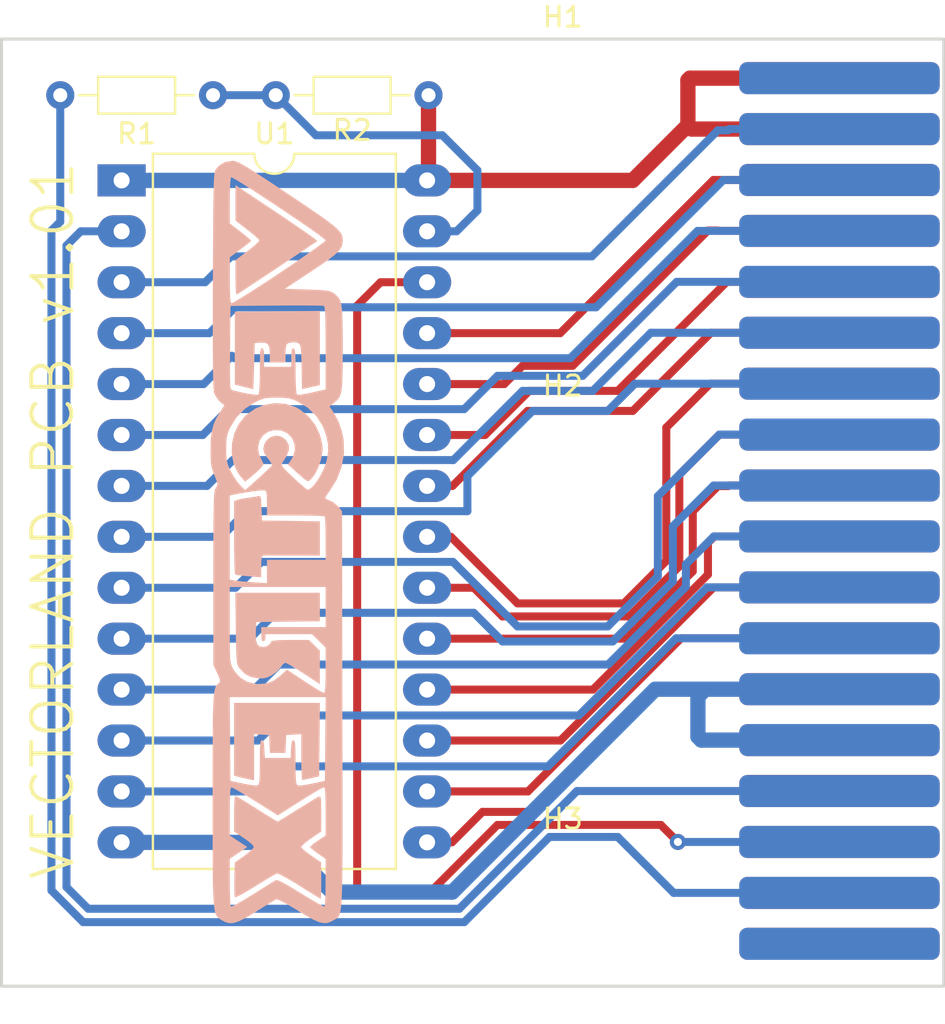
<source format=kicad_pcb>
(kicad_pcb (version 20240108) (generator "pcbnew") (generator_version "8.0")
  (title_block (title "Vectrex Multicart") (date "2019-09-01") (rev "V0.1") (company "NaturalTangent"))
  (layers (0 "F.Cu" signal) (31 "B.Cu" signal) (34 "B.Paste" user) (35 "F.Paste" user) (36 "B.SilkS" user "B.Silkscreen") (37 "F.SilkS" user "F.Silkscreen") (38 "B.Mask" user) (39 "F.Mask" user) (44 "Edge.Cuts" user))
  (net 0 "")
  (net 1 "GND")
  (net 2 "VCC")
  (net 3 "D3")
  (net 4 "D4")
  (net 5 "D5")
  (net 6 "A12")
  (net 7 "D6")
  (net 8 "A7")
  (net 9 "D7")
  (net 10 "A6")
  (net 11 "CE")
  (net 12 "A5")
  (net 13 "A10")
  (net 14 "A4")
  (net 15 "OE")
  (net 16 "A3")
  (net 17 "A11")
  (net 18 "A2")
  (net 19 "A9")
  (net 20 "A1")
  (net 21 "A8")
  (net 22 "A0")
  (net 23 "D0")
  (net 24 "D1")
  (net 25 "D2")
  (net 27 "A14")
  (net 28 "A13")
  (net 34 "Net-(U1-A14)")
  (footprint "vectrex:VECTREX_CART" (layer "F.Cu") (at 130.8102 67.9902 -90)
    (property "Reference" "J1" (hide yes))
    (property "Value" "Vectrex Cartridge Connector" (hide yes))
    (pad "1" connect roundrect (at -21.59 4 90) (size 1.6 10) (drill (offset 0 4)) (layers "B.Cu" "B.Mask"))
    (pad "2" connect roundrect (at -21.59 4 270) (size 1.6 10) (drill (offset 0 -4)) (layers "F.Cu" "F.Mask") (net 2 "VCC"))
    (pad "3" connect roundrect (at -19.05 4 90) (size 1.6 10) (drill (offset 0 4)) (layers "B.Cu" "B.Mask") (net 8 "A7"))
    (pad "4" connect roundrect (at -19.05 4 270) (size 1.6 10) (drill (offset 0 -4)) (layers "F.Cu" "F.Mask") (net 2 "VCC"))
    (pad "5" connect roundrect (at -16.51 4 90) (size 1.6 10) (drill (offset 0 4)) (layers "B.Cu" "B.Mask") (net 10 "A6"))
    (pad "6" connect roundrect (at -16.51 4 270) (size 1.6 10) (drill (offset 0 -4)) (layers "F.Cu" "F.Mask") (net 21 "A8"))
    (pad "7" connect roundrect (at -13.97 4 90) (size 1.6 10) (drill (offset 0 4)) (layers "B.Cu" "B.Mask") (net 12 "A5"))
    (pad "8" connect roundrect (at -13.97 4 270) (size 1.6 10) (drill (offset 0 -4)) (layers "F.Cu" "F.Mask") (net 19 "A9"))
    (pad "9" connect roundrect (at -11.43 4 90) (size 1.6 10) (drill (offset 0 4)) (layers "B.Cu" "B.Mask") (net 14 "A4"))
    (pad "10" connect roundrect (at -11.43 4 270) (size 1.6 10) (drill (offset 0 -4)) (layers "F.Cu" "F.Mask") (net 17 "A11"))
    (pad "11" connect roundrect (at -8.89 4 90) (size 1.6 10) (drill (offset 0 4)) (layers "B.Cu" "B.Mask") (net 16 "A3"))
    (pad "12" connect roundrect (at -8.89 4 270) (size 1.6 10) (drill (offset 0 -4)) (layers "F.Cu" "F.Mask") (net 15 "OE"))
    (pad "13" connect roundrect (at -6.35 4 90) (size 1.6 10) (drill (offset 0 4)) (layers "B.Cu" "B.Mask") (net 18 "A2"))
    (pad "14" connect roundrect (at -6.35 4 270) (size 1.6 10) (drill (offset 0 -4)) (layers "F.Cu" "F.Mask") (net 13 "A10"))
    (pad "15" connect roundrect (at -3.81 4 90) (size 1.6 10) (drill (offset 0 4)) (layers "B.Cu" "B.Mask") (net 20 "A1"))
    (pad "16" connect roundrect (at -3.81 4 270) (size 1.6 10) (drill (offset 0 -4)) (layers "F.Cu" "F.Mask") (net 11 "CE"))
    (pad "17" connect roundrect (at -1.27 4 90) (size 1.6 10) (drill (offset 0 4)) (layers "B.Cu" "B.Mask") (net 22 "A0"))
    (pad "18" connect roundrect (at -1.27 4 270) (size 1.6 10) (drill (offset 0 -4)) (layers "F.Cu" "F.Mask") (net 9 "D7"))
    (pad "19" connect roundrect (at 1.27 4 90) (size 1.6 10) (drill (offset 0 4)) (layers "B.Cu" "B.Mask") (net 23 "D0"))
    (pad "20" connect roundrect (at 1.27 4 270) (size 1.6 10) (drill (offset 0 -4)) (layers "F.Cu" "F.Mask") (net 7 "D6"))
    (pad "21" connect roundrect (at 3.81 4 90) (size 1.6 10) (drill (offset 0 4)) (layers "B.Cu" "B.Mask") (net 24 "D1"))
    (pad "22" connect roundrect (at 3.81 4 270) (size 1.6 10) (drill (offset 0 -4)) (layers "F.Cu" "F.Mask") (net 5 "D5"))
    (pad "23" connect roundrect (at 6.35 4 90) (size 1.6 10) (drill (offset 0 4)) (layers "B.Cu" "B.Mask") (net 25 "D2"))
    (pad "24" connect roundrect (at 6.35 4 270) (size 1.6 10) (drill (offset 0 -4)) (layers "F.Cu" "F.Mask") (net 4 "D4"))
    (pad "25" connect roundrect (at 8.89 4 90) (size 1.6 10) (drill (offset 0 4)) (layers "B.Cu" "B.Mask") (net 1 "GND"))
    (pad "26" connect roundrect (at 8.89 4 270) (size 1.6 10) (drill (offset 0 -4)) (layers "F.Cu" "F.Mask") (net 3 "D3"))
    (pad "27" connect roundrect (at 11.43 4 90) (size 1.6 10) (drill (offset 0 4)) (layers "B.Cu" "B.Mask") (net 1 "GND"))
    (pad "28" connect roundrect (at 11.43 4 270) (size 1.6 10) (drill (offset 0 -4)) (layers "F.Cu" "F.Mask") (net 1 "GND"))
    (pad "29" connect roundrect (at 13.97 4 90) (size 1.6 10) (drill (offset 0 4)) (layers "B.Cu" "B.Mask") (net 6 "A12"))
    (pad "30" connect roundrect (at 13.97 4 270) (size 1.6 10) (drill (offset 0 -4)) (layers "F.Cu" "F.Mask"))
    (pad "31" connect roundrect (at 16.51 4 90) (size 1.6 10) (drill (offset 0 4)) (layers "B.Cu" "B.Mask") (net 28 "A13"))
    (pad "32" connect roundrect (at 16.51 4 270) (size 1.6 10) (drill (offset 0 -4)) (layers "F.Cu" "F.Mask"))
    (pad "33" connect roundrect (at 19.05 4 90) (size 1.6 10) (drill (offset 0 4)) (layers "B.Cu" "B.Mask") (net 27 "A14"))
    (pad "34" connect roundrect (at 19.05 4 270) (size 1.6 10) (drill (offset 0 -4)) (layers "F.Cu" "F.Mask"))
    (pad "35" connect roundrect (at 21.59 4 90) (size 1.6 10) (drill (offset 0 4)) (layers "B.Cu" "B.Mask"))
    (pad "36" connect roundrect (at 21.59 4 270) (size 1.6 10) (drill (offset 0 -4)) (layers "F.Cu" "F.Mask"))
  )
  (footprint "MountingHole:MountingHole_5.3mm_M5" (layer "F.Cu") (at 117.008 68.05)
    (property "Reference" "H2" (at 0 -6.3 0) (layer "F.SilkS"))
    (property "Value" "MountingHoleCentre")
    (pad "" np_thru_hole circle (at 0 0) (size 5.3 5.3) (drill 5.3) (layers "*.Cu" "*.Mask"))
  )
  (footprint "MountingHole:MountingHole_3.7mm" (layer "F.Cu") (at 117.008 48.05)
    (property "Reference" "H1" (at 0 -4.7 0) (layer "F.SilkS"))
    (property "Value" "MountingHole")
    (pad "" np_thru_hole circle (at 0 0) (size 3.7 3.7) (drill 3.7) (layers "*.Cu" "*.Mask"))
  )
  (footprint "MountingHole:MountingHole_3.7mm" (layer "F.Cu") (at 117.008 88.05)
    (property "Reference" "H3" (at 0 -4.7 0) (layer "F.SilkS"))
    (property "Value" "MountingHole")
    (pad "" np_thru_hole circle (at 0 0) (size 3.7 3.7) (drill 3.7) (layers "*.Cu" "*.Mask"))
  )
  (footprint "Resistor_THT:R_Axial_DIN0204_L3.6mm_D1.6mm_P7.62mm_Horizontal" (layer "F.Cu") (at 99.56 47.25 180)
    (property "Reference" "R1" (at 3.81 -1.92 180) (layer "F.SilkS"))
    (property "Value" "0R")
    (fp_line (start 6.68 0) (end 5.73 0) (stroke (width 0.12)) (layer "F.SilkS"))
    (fp_line (start 5.73 0.92) (end 5.73 -0.92) (stroke (width 0.12)) (layer "F.SilkS"))
    (fp_line (start 5.73 -0.92) (end 1.89 -0.92) (stroke (width 0.12)) (layer "F.SilkS"))
    (fp_line (start 1.89 0.92) (end 5.73 0.92) (stroke (width 0.12)) (layer "F.SilkS"))
    (fp_line (start 1.89 -0.92) (end 1.89 0.92) (stroke (width 0.12)) (layer "F.SilkS"))
    (fp_line (start 0.94 0) (end 1.89 0) (stroke (width 0.12)) (layer "F.SilkS"))
    (pad "1" thru_hole circle (at 0 0 180) (size 1.4 1.4) (drill 0.7) (layers "*.Cu" "*.Mask") (net 34 "Net-(U1-A14)"))
    (pad "2" thru_hole oval (at 7.62 0 180) (size 1.4 1.4) (drill 0.7) (layers "*.Cu" "*.Mask") (net 27 "A14"))
  )
  (footprint "Resistor_THT:R_Axial_DIN0204_L3.6mm_D1.6mm_P7.62mm_Horizontal" (layer "F.Cu") (at 102.69 47.25)
    (property "Reference" "R2" (at 3.81 1.75 0) (layer "F.SilkS"))
    (property "Value" "1K")
    (fp_line (start 0.94 0) (end 1.89 0) (stroke (width 0.12)) (layer "F.SilkS"))
    (fp_line (start 1.89 -0.92) (end 1.89 0.92) (stroke (width 0.12)) (layer "F.SilkS"))
    (fp_line (start 1.89 0.92) (end 5.73 0.92) (stroke (width 0.12)) (layer "F.SilkS"))
    (fp_line (start 5.73 -0.92) (end 1.89 -0.92) (stroke (width 0.12)) (layer "F.SilkS"))
    (fp_line (start 5.73 0.92) (end 5.73 -0.92) (stroke (width 0.12)) (layer "F.SilkS"))
    (fp_line (start 6.68 0) (end 5.73 0) (stroke (width 0.12)) (layer "F.SilkS"))
    (pad "1" thru_hole circle (at 0 0) (size 1.4 1.4) (drill 0.7) (layers "*.Cu" "*.Mask") (net 34 "Net-(U1-A14)"))
    (pad "2" thru_hole oval (at 7.62 0) (size 1.4 1.4) (drill 0.7) (layers "*.Cu" "*.Mask") (net 2 "VCC"))
  )
  (footprint "Package_DIP:DIP-28_W15.24mm_LongPads" (layer "F.Cu") (at 95 51.5)
    (property "Reference" "U1" (at 7.62 -2.33 0) (layer "F.SilkS"))
    (property "Value" "27C256")
    (fp_line (start 1.56 -1.33) (end 1.56 34.35) (stroke (width 0.12)) (layer "F.SilkS"))
    (fp_line (start 1.56 34.35) (end 13.68 34.35) (stroke (width 0.12)) (layer "F.SilkS"))
    (fp_line (start 6.62 -1.33) (end 1.56 -1.33) (stroke (width 0.12)) (layer "F.SilkS"))
    (fp_line (start 13.68 -1.33) (end 8.62 -1.33) (stroke (width 0.12)) (layer "F.SilkS"))
    (fp_line (start 13.68 34.35) (end 13.68 -1.33) (stroke (width 0.12)) (layer "F.SilkS"))
    (fp_arc (start 8.62 -1.33) (mid 7.62 -0.33) (end 6.62 -1.33) (stroke (width 0.12)) (layer "F.SilkS"))
    (pad "1" thru_hole rect (at 0 0) (size 2.4 1.6) (drill 0.8) (layers "*.Cu" "*.Mask") (net 2 "VCC"))
    (pad "2" thru_hole oval (at 0 2.54) (size 2.4 1.6) (drill 0.8) (layers "*.Cu" "*.Mask") (net 6 "A12"))
    (pad "3" thru_hole oval (at 0 5.08) (size 2.4 1.6) (drill 0.8) (layers "*.Cu" "*.Mask") (net 8 "A7"))
    (pad "4" thru_hole oval (at 0 7.62) (size 2.4 1.6) (drill 0.8) (layers "*.Cu" "*.Mask") (net 10 "A6"))
    (pad "5" thru_hole oval (at 0 10.16) (size 2.4 1.6) (drill 0.8) (layers "*.Cu" "*.Mask") (net 12 "A5"))
    (pad "6" thru_hole oval (at 0 12.7) (size 2.4 1.6) (drill 0.8) (layers "*.Cu" "*.Mask") (net 14 "A4"))
    (pad "7" thru_hole oval (at 0 15.24) (size 2.4 1.6) (drill 0.8) (layers "*.Cu" "*.Mask") (net 16 "A3"))
    (pad "8" thru_hole oval (at 0 17.78) (size 2.4 1.6) (drill 0.8) (layers "*.Cu" "*.Mask") (net 18 "A2"))
    (pad "9" thru_hole oval (at 0 20.32) (size 2.4 1.6) (drill 0.8) (layers "*.Cu" "*.Mask") (net 20 "A1"))
    (pad "10" thru_hole oval (at 0 22.86) (size 2.4 1.6) (drill 0.8) (layers "*.Cu" "*.Mask") (net 22 "A0"))
    (pad "11" thru_hole oval (at 0 25.4) (size 2.4 1.6) (drill 0.8) (layers "*.Cu" "*.Mask") (net 23 "D0"))
    (pad "12" thru_hole oval (at 0 27.94) (size 2.4 1.6) (drill 0.8) (layers "*.Cu" "*.Mask") (net 24 "D1"))
    (pad "13" thru_hole oval (at 0 30.48) (size 2.4 1.6) (drill 0.8) (layers "*.Cu" "*.Mask") (net 25 "D2"))
    (pad "14" thru_hole oval (at 0 33.02) (size 2.4 1.6) (drill 0.8) (layers "*.Cu" "*.Mask") (net 1 "GND"))
    (pad "15" thru_hole oval (at 15.24 33.02) (size 2.4 1.6) (drill 0.8) (layers "*.Cu" "*.Mask") (net 3 "D3"))
    (pad "16" thru_hole oval (at 15.24 30.48) (size 2.4 1.6) (drill 0.8) (layers "*.Cu" "*.Mask") (net 4 "D4"))
    (pad "17" thru_hole oval (at 15.24 27.94) (size 2.4 1.6) (drill 0.8) (layers "*.Cu" "*.Mask") (net 5 "D5"))
    (pad "18" thru_hole oval (at 15.24 25.4) (size 2.4 1.6) (drill 0.8) (layers "*.Cu" "*.Mask") (net 7 "D6"))
    (pad "19" thru_hole oval (at 15.24 22.86) (size 2.4 1.6) (drill 0.8) (layers "*.Cu" "*.Mask") (net 9 "D7"))
    (pad "20" thru_hole oval (at 15.24 20.32) (size 2.4 1.6) (drill 0.8) (layers "*.Cu" "*.Mask") (net 11 "CE"))
    (pad "21" thru_hole oval (at 15.24 17.78) (size 2.4 1.6) (drill 0.8) (layers "*.Cu" "*.Mask") (net 13 "A10"))
    (pad "22" thru_hole oval (at 15.24 15.24) (size 2.4 1.6) (drill 0.8) (layers "*.Cu" "*.Mask") (net 15 "OE"))
    (pad "23" thru_hole oval (at 15.24 12.7) (size 2.4 1.6) (drill 0.8) (layers "*.Cu" "*.Mask") (net 17 "A11"))
    (pad "24" thru_hole oval (at 15.24 10.16) (size 2.4 1.6) (drill 0.8) (layers "*.Cu" "*.Mask") (net 19 "A9"))
    (pad "25" thru_hole oval (at 15.24 7.62) (size 2.4 1.6) (drill 0.8) (layers "*.Cu" "*.Mask") (net 21 "A8"))
    (pad "26" thru_hole oval (at 15.24 5.08) (size 2.4 1.6) (drill 0.8) (layers "*.Cu" "*.Mask") (net 28 "A13"))
    (pad "27" thru_hole oval (at 15.24 2.54) (size 2.4 1.6) (drill 0.8) (layers "*.Cu" "*.Mask") (net 34 "Net-(U1-A14)"))
    (pad "28" thru_hole oval (at 15.24 0) (size 2.4 1.6) (drill 0.8) (layers "*.Cu" "*.Mask") (net 2 "VCC"))
  )
  (footprint "LogoVx:vx3" (layer "B.Cu") (at 102.75 69.5 -90)
    (property "Reference" "G***" (hide yes))
    (property "Value" "LOGO" (hide yes))
    (fp_poly (pts (xy 11.763859 1.872893) (xy 11.824176 1.623339) (xy 11.877086 1.384266) (xy 11.879301 1.373455) (xy 11.926507 1.141573) (xy 10.775536 1.141573) (xy 9.624565 1.141573) (xy 9.646131 0.766994) (xy 9.667697 0.392415) (xy 10.113624 0.371174) (xy 10.559551 0.349932) (xy 10.559551 -0.035674) (xy 10.559551 -0.421281) (xy 10.113624 -0.442523) (xy 9.667697 -0.463764) (xy 9.646131 -0.838343) (xy 9.624565 -1.212922) (xy 10.769867 -1.212922) (xy 11.155691 -1.216068) (xy 11.485693 -1.224764) (xy 11.736117 -1.237897) (xy 11.883207 -1.254354) (xy 11.912146 -1.266433) (xy 11.895386 -1.360533) (xy 11.855348 -1.546932) (xy 11.817599 -1.71236) (xy 11.726076 -2.104776) (xy 9.894218 -2.123817) (xy 8.06236 -2.142859) (xy 8.06236 -0.001205) (xy 8.06236 2.140449) (xy 9.878992 2.140449) (xy 11.695624 2.140449)) (fill solid) (layer "B.SilkS"))
    (fp_poly (pts (xy -7.697678 1.641011) (xy -7.582716 1.177247) (xy -8.732229 1.141573) (xy -9.881741 1.105899) (xy -9.904182 0.833363) (xy -9.899776 0.599462) (xy -9.824912 0.454523) (xy -9.657427 0.379893) (xy -9.375156 0.356917) (xy -9.337893 0.356741) (xy -8.918539 0.356741) (xy -8.918539 -0.035674) (xy -8.918539 -0.42809) (xy -9.37467 -0.42809) (xy -9.65089 -0.438411) (xy -9.813908 -0.484163) (xy -9.892599 -0.587529) (xy -9.915843 -0.770692) (xy -9.916323 -0.844178) (xy -9.909835 -0.976274) (xy -9.878824 -1.072208) (xy -9.803346 -1.138268) (xy -9.66346 -1.180743) (xy -9.439221 -1.205924) (xy -9.110687 -1.220097) (xy -8.696443 -1.228872) (xy -7.588582 -1.248596) (xy -7.687706 -1.694523) (xy -7.786829 -2.14045) (xy -9.638015 -2.14045) (xy -11.489202 -2.14045) (xy -11.470303 -0.017837) (xy -11.451404 2.104775) (xy -9.632022 2.104775) (xy -7.81264 2.104775)) (fill solid) (layer "B.SilkS"))
    (fp_poly (pts (xy -15.541275 1.485848) (xy -15.346109 1.240202) (xy -15.177709 1.040531) (xy -15.057933 0.912066) (xy -15.014784 0.878042) (xy -14.943629 0.921434) (xy -14.809765 1.057941) (xy -14.633928 1.264923) (xy -14.48055 1.461295) (xy -14.0217 2.069101) (xy -13.142594 2.069101) (xy -12.764002 2.065976) (xy -12.510865 2.055369) (xy -12.366053 2.03543) (xy -12.312436 2.004308) (xy -12.316662 1.979915) (xy -12.376329 1.886557) (xy -12.501471 1.69548) (xy -12.680724 1.423752) (xy -12.902721 1.088436) (xy -13.156099 0.706597) (xy -13.429491 0.295301) (xy -13.711532 -0.128388) (xy -13.990857 -0.547405) (xy -14.2561 -0.944685) (xy -14.495897 -1.303163) (xy -14.698881 -1.605774) (xy -14.853689 -1.835453) (xy -14.948953 -1.975136) (xy -14.974092 -2.010193) (xy -15.022511 -1.964348) (xy -15.140062 -1.812411) (xy -15.317493 -1.567531) (xy -15.545553 -1.242856) (xy -15.814989 -0.851535) (xy -16.116548 -0.406715) (xy -16.392401 0.005397) (xy -17.765981 2.069101) (xy -16.879182 2.069101) (xy -15.992382 2.069101)) (fill solid) (layer "B.SilkS"))
    (fp_poly (pts (xy 0.310099 2.138433) (xy 0.755887 2.132758) (xy 1.133634 2.123986) (xy 1.423959 2.112677) (xy 1.60748 2.099392) (xy 1.665038 2.086938) (xy 1.685156 1.995863) (xy 1.711123 1.798409) (xy 1.738486 1.53052) (xy 1.749036 1.409129) (xy 1.800586 0.784831) (xy 1.257035 0.784831) (xy 0.95232 0.776368) (xy 0.775174 0.749433) (xy 0.711385 0.701705) (xy 0.710692 0.695646) (xy 0.710096 0.599171) (xy 0.710099 0.383696) (xy 0.710657 0.072918) (xy 0.711726 -0.309468) (xy 0.713265 -0.739765) (xy 0.713372 -0.766995) (xy 0.718843 -2.14045) (xy -0.138539 -2.14045) (xy -0.995922 -2.14045) (xy -1.015236 -0.695646) (xy -1.03455 0.749157) (xy -1.662756 0.769829) (xy -1.964114 0.782787) (xy -2.147813 0.80142) (xy -2.238888 0.831744) (xy -2.262377 0.879776) (xy -2.256541 0.912526) (xy -2.228454 1.049926) (xy -2.193674 1.270221) (xy -2.172419 1.426966) (xy -2.133239 1.679186) (xy -2.087412 1.894881) (xy -2.062001 1.979915) (xy -2.001284 2.140449) (xy -0.184347 2.140449)) (fill solid) (layer "B.SilkS"))
    (fp_poly (pts (xy -3.871629 2.163801) (xy -3.427572 1.962999) (xy -3.189123 1.785236) (xy -2.969395 1.588909) (xy -3.190434 1.31173) (xy -3.374759 1.094819) (xy -3.568935 0.886928) (xy -3.624886 0.831944) (xy -3.766573 0.707118) (xy -3.862142 0.671726) (xy -3.965799 0.713722) (xy -4.015171 0.745229) (xy -4.359331 0.902841) (xy -4.700807 0.940347) (xy -5.014878 0.867703) (xy -5.276827 0.694866) (xy -5.461935 0.43179) (xy -5.541979 0.130282) (xy -5.518074 -0.22403) (xy -5.384077 -0.517078) (xy -5.164348 -0.735392) (xy -4.883248 -0.865502) (xy -4.56514 -0.89394) (xy -4.234383 -0.807235) (xy -4.044586 -0.697627) (xy -3.828926 -0.544064) (xy -3.382341 -1.039026) (xy -3.175027 -1.272572) (xy -3.052007 -1.427059) (xy -2.999946 -1.5275) (xy -3.005511 -1.598908) (xy -3.050684 -1.661152) (xy -3.31508 -1.875722) (xy -3.673637 -2.061581) (xy -4.078169 -2.19999) (xy -4.480492 -2.27221) (xy -4.63764 -2.278292) (xy -4.841913 -2.254509) (xy -5.112838 -2.196222) (xy -5.32594 -2.13611) (xy -5.799151 -1.915238) (xy -6.221897 -1.580208) (xy -6.563225 -1.15822) (xy -6.684372 -0.942396) (xy -6.851738 -0.444521) (xy -6.891731 0.079873) (xy -6.80913 0.603474) (xy -6.608716 1.098968) (xy -6.295268 1.539042) (xy -6.239925 1.597438) (xy -5.838509 1.914432) (xy -5.373378 2.131264) (xy -4.872126 2.246235) (xy -4.362345 2.257647)) (fill solid) (layer "B.SilkS"))
    (fp_poly (pts (xy 4.347194 2.054751) (xy 4.899788 2.047481) (xy 5.328098 2.039512) (xy 5.650533 2.029274) (xy 5.885504 2.015198) (xy 6.051421 1.995714) (xy 6.166693 1.969253) (xy 6.24973 1.934244) (xy 6.318942 1.889119) (xy 6.322701 1.886322) (xy 6.605433 1.61921) (xy 6.769098 1.31296) (xy 6.834066 0.969233) (xy 6.84151 0.702808) (xy 6.798974 0.497303) (xy 6.689477 0.274812) (xy 6.678663 0.256244) (xy 6.525142 0.041044) (xy 6.351638 -0.136576) (xy 6.277667 -0.190302) (xy 6.133727 -0.301969) (xy 6.065472 -0.407337) (xy 6.064607 -0.416937) (xy 6.102134 -0.511037) (xy 6.204952 -0.698304) (xy 6.358415 -0.9537) (xy 6.547877 -1.252188) (xy 6.598147 -1.329082) (xy 7.131687 -2.14045) (xy 6.29156 -2.14045) (xy 5.451432 -2.14045) (xy 5.187233 -1.869885) (xy 4.923034 -1.599321) (xy 4.923034 -0.656964) (xy 4.927766 -0.297672) (xy 4.940834 -0.005053) (xy 4.960543 0.196789) (xy 4.985197 0.283747) (xy 4.989286 0.285393) (xy 5.116005 0.346125) (xy 5.226651 0.490577) (xy 5.279311 0.662131) (xy 5.279775 0.677809) (xy 5.245147 0.866762) (xy 5.129314 0.986824) (xy 4.914354 1.047144) (xy 4.582347 1.056874) (xy 4.540396 1.05535) (xy 4.03118 1.03455) (xy 4.011978 -0.55295) (xy 3.992776 -2.14045) (xy 3.280658 -2.14045) (xy 2.56854 -2.14045) (xy 2.56854 -0.032187) (xy 2.56854 2.076076)) (fill solid) (layer "B.SilkS"))
    (fp_poly (pts (xy 14.81657 1.63816) (xy 15.003238 1.378845) (xy 15.153659 1.212838) (xy 15.253259 1.156029) (xy 15.258221 1.156603) (xy 15.348265 1.221494) (xy 15.490316 1.374913) (xy 15.657117 1.586732) (xy 15.696481 1.641055) (xy 16.027091 2.104775) (xy 16.838537 2.125075) (xy 17.17113 2.130222) (xy 17.455102 2.128718) (xy 17.657702 2.121111) (xy 17.742277 2.109958) (xy 17.748138 2.042263) (xy 17.675522 1.870963) (xy 17.522608 1.592519) (xy 17.287572 1.203393) (xy 17.218562 1.092854) (xy 17.008314 0.754018) (xy 16.825285 0.451896) (xy 16.683076 0.209506) (xy 16.595286 0.049865) (xy 16.573998 0.001971) (xy 16.601125 -0.091986) (xy 16.694279 -0.283156) (xy 16.84134 -0.549357) (xy 17.03019 -0.868404) (xy 17.191261 -1.127917) (xy 17.404108 -1.466088) (xy 17.587411 -1.760705) (xy 17.728665 -1.991392) (xy 17.815364 -2.137774) (xy 17.837079 -2.180204) (xy 17.770193 -2.19184) (xy 17.587368 -2.201058) (xy 17.315354 -2.207018) (xy 16.980898 -2.208881) (xy 16.927388 -2.208757) (xy 16.017697 -2.205715) (xy 15.677594 -1.709318) (xy 15.512286 -1.482385) (xy 15.368024 -1.310033) (xy 15.268851 -1.220121) (xy 15.249504 -1.213281) (xy 15.171431 -1.268711) (xy 15.039765 -1.416116) (xy 14.878482 -1.627694) (xy 14.818816 -1.712719) (xy 14.476114 -2.211798) (xy 13.580424 -2.211798) (xy 13.2039 -2.209383) (xy 12.949962 -2.200554) (xy 12.798555 -2.182932) (xy 12.729627 -2.15414) (xy 12.723123 -2.111802) (xy 12.723709 -2.110229) (xy 12.773504 -2.017463) (xy 12.885759 -1.827114) (xy 13.046588 -1.562154) (xy 13.242106 -1.245555) (xy 13.373477 -1.035286) (xy 13.579513 -0.705302) (xy 13.755879 -0.419708) (xy 13.889836 -0.199383) (xy 13.968648 -0.065209) (xy 13.98427 -0.034062) (xy 13.948092 0.032423) (xy 13.847894 0.199007) (xy 13.69618 0.445346) (xy 13.505455 0.751097) (xy 13.342135 1.010642) (xy 13.129679 1.350272) (xy 12.946894 1.648571) (xy 12.806369 1.884497) (xy 12.720691 2.037006) (xy 12.7 2.083972) (xy 12.766838 2.105373) (xy 12.949336 2.123053) (xy 13.220471 2.135298) (xy 13.553223 2.140398) (xy 13.591285 2.140449) (xy 14.482571 2.140449)) (fill solid) (layer "B.SilkS"))
    (fp_poly (pts (xy -4.221172 3.310341) (xy -3.943653 3.297467) (xy -3.730055 3.268683) (xy -3.541025 3.218244) (xy -3.337209 3.140407) (xy -3.293601 3.122062) (xy -3.051794 3.022788) (xy -2.899141 2.976707) (xy -2.794283 2.979321) (xy -2.695858 3.026136) (xy -2.654566 3.052596) (xy -2.606844 3.078034) (xy -2.540079 3.099708) (xy -2.443309 3.117918) (xy -2.305573 3.132959) (xy -2.115907 3.145131) (xy -1.86335 3.15473) (xy -1.536939 3.162055) (xy -1.125713 3.167403) (xy -0.618708 3.171072) (xy -0.004963 3.17336) (xy 0.726484 3.174564) (xy 1.586596 3.174983) (xy 1.851957 3.175) (xy 6.171629 3.175) (xy 6.577925 2.984551) (xy 6.804338 2.883446) (xy 6.940339 2.842325) (xy 7.022208 2.855512) (xy 7.077364 2.906417) (xy 7.125901 2.962214) (xy 7.17915 3.010735) (xy 7.246853 3.052489) (xy 7.338752 3.087984) (xy 7.464589 3.117728) (xy 7.634104 3.14223) (xy 7.857041 3.161997) (xy 8.14314 3.177538) (xy 8.502144 3.189361) (xy 8.943794 3.197974) (xy 9.477833 3.203885) (xy 10.114001 3.207602) (xy 10.86204 3.209633) (xy 11.731693 3.210488) (xy 12.732701 3.210672) (xy 12.91031 3.210674) (xy 13.945808 3.210696) (xy 14.848251 3.210267) (xy 15.62728 3.208646) (xy 16.292536 3.205089) (xy 16.853662 3.198856) (xy 17.320297 3.189203) (xy 17.702083 3.175388) (xy 18.008662 3.156669) (xy 18.249675 3.132305) (xy 18.434762 3.101552) (xy 18.573566 3.063669) (xy 18.675727 3.017913) (xy 18.750887 2.963543) (xy 18.808687 2.899816) (xy 18.858768 2.825989) (xy 18.905934 2.749127) (xy 19.008862 2.549861) (xy 19.055288 2.355591) (xy 19.03957 2.143983) (xy 18.956065 1.892702) (xy 18.799129 1.579415) (xy 18.563119 1.181787) (xy 18.473957 1.039392) (xy 18.269825 0.713597) (xy 18.092311 0.425647) (xy 17.955848 0.199312) (xy 17.874868 0.058363) (xy 17.860078 0.028371) (xy 17.883336 -0.062749) (xy 17.971933 -0.251329) (xy 18.113939 -0.514865) (xy 18.297422 -0.83085) (xy 18.436121 -1.058285) (xy 18.700874 -1.495672) (xy 18.887975 -1.838773) (xy 19.003163 -2.109095) (xy 19.052177 -2.328148) (xy 19.040754 -2.517439) (xy 18.974634 -2.698478) (xy 18.906179 -2.820078) (xy 18.869943 -2.884141) (xy 18.839671 -2.942052) (xy 18.808349 -2.994109) (xy 18.768967 -3.040608) (xy 18.714511 -3.081845) (xy 18.637969 -3.118119) (xy 18.53233 -3.149725) (xy 18.39058 -3.17696) (xy 18.205708 -3.20012) (xy 17.970701 -3.219504) (xy 17.678548 -3.235407) (xy 17.322235 -3.248126) (xy 16.894751 -3.257958) (xy 16.389084 -3.2652) (xy 15.798221 -3.270148) (xy 15.115149 -3.273099) (xy 14.332858 -3.27435) (xy 13.444334 -3.274198) (xy 12.442565 -3.272939) (xy 11.320539 -3.27087) (xy 10.071244 -3.268288) (xy 8.687667 -3.26549) (xy 8.394135 -3.26493) (xy -1.487871 -3.246349) (xy -1.689301 -3.09672) (xy -1.947628 -2.817408) (xy -2.098989 -2.478397) (xy -2.133884 -2.418352) (xy -2.203318 -2.424532) (xy -2.335286 -2.506652) (xy -2.470395 -2.607291) (xy -3.069737 -2.981977) (xy -3.710882 -3.229496) (xy -4.376084 -3.346099) (xy -5.047599 -3.328036) (xy -5.477399 -3.242753) (xy -6.01823 -3.051732) (xy -6.497156 -2.777372) (xy -6.518383 -2.762548) (xy -6.722441 -2.618992) (xy -6.904879 -2.852105) (xy -7.001618 -2.968464) (xy -7.101137 -3.061713) (xy -7.219714 -3.134403) (xy -7.373625 -3.189084) (xy -7.579146 -3.228308) (xy -7.852553 -3.254624) (xy -8.210123 -3.270583) (xy -8.668132 -3.278736) (xy -9.242857 -3.281634) (xy -9.647568 -3.281912) (xy -10.29778 -3.280832) (xy -10.821587 -3.275875) (xy -11.235276 -3.264347) (xy -11.555134 -3.243556) (xy -11.797448 -3.21081) (xy -11.978505 -3.163416) (xy -12.114591 -3.098682) (xy -12.221994 -3.013916) (xy -12.317001 -2.906425) (xy -12.373861 -2.831221) (xy -12.431386 -2.738573) (xy -12.473635 -2.624568) (xy -12.504071 -2.464376) (xy -12.526157 -2.233167) (xy -12.543357 -1.906111) (xy -12.557303 -1.516105) (xy -12.572597 -1.038517) (xy -11.760454 -1.038517) (xy -11.759487 -1.491975) (xy -11.756433 -1.865758) (xy -11.75141 -2.142081) (xy -11.744533 -2.303162) (xy -11.740062 -2.33604) (xy -11.697388 -2.363371) (xy -11.584418 -2.384984) (xy -11.388775 -2.401409) (xy -11.098082 -2.413175) (xy -10.699961 -2.420811) (xy -10.182034 -2.424848) (xy -9.640118 -2.425843) (xy -7.574635 -2.425843) (xy -7.420668 -1.74998) (xy -7.358998 -1.452767) (xy -7.31897 -1.205812) (xy -7.305533 -1.043229) (xy -7.311999 -1.000823) (xy -7.400758 -0.971784) (xy -7.618052 -0.94935) (xy -7.949839 -0.934391) (xy -8.382073 -0.927778) (xy -8.49466 -0.927528) (xy -8.928137 -0.925747) (xy -9.238252 -0.919191) (xy -9.44431 -0.906045) (xy -9.565614 -0.884491) (xy -9.621468 -0.852715) (xy -9.632022 -0.820506) (xy -9.601061 -0.760475) (xy -9.490431 -0.72711) (xy -9.27351 -0.714267) (xy -9.168258 -0.713483) (xy -8.704494 -0.713483) (xy -8.704494 -0.035674) (xy -8.704494 0.006676) (xy -7.164553 0.006676) (xy -7.155497 -0.338809) (xy -7.122758 -0.597714) (xy -7.056272 -0.825507) (xy -6.981516 -1.002132) (xy -6.665233 -1.527389) (xy -6.249955 -1.956495) (xy -5.749525 -2.277654) (xy -5.277427 -2.45432) (xy -4.862997 -2.541245) (xy -4.494466 -2.554076) (xy -4.099236 -2.493035) (xy -3.956984 -2.458382) (xy -3.663225 -2.357569) (xy -3.356897 -2.211721) (xy -3.066327 -2.03965) (xy -2.819845 -1.860169) (xy -2.645777 -1.692092) (xy -2.572452 -1.554231) (xy -2.571836 -1.538477) (xy -2.619391 -1.459876) (xy -2.746636 -1.301016) (xy -2.934464 -1.084609) (xy -3.163775 -0.833364) (xy -3.175789 -0.820506) (xy -3.431249 -0.551219) (xy -3.610993 -0.374391) (xy -3.733913 -0.275654) (xy -3.8189 -0.240639) (xy -3.884845 -0.25498) (xy -3.903812 -0.266809) (xy -4.256928 -0.484747) (xy -4.542663 -0.593052) (xy -4.782246 -0.593947) (xy -4.996902 -0.489652) (xy -5.107549 -0.392758) (xy -5.244115 -0.167259) (xy -5.266849 0.08934) (xy -5.186285 0.338173) (xy -5.012958 0.540372) (xy -4.828141 0.638131) (xy -4.609701 0.682738) (xy -4.415619 0.645743) (xy -4.201569 0.51389) (xy -4.080419 0.414481) (xy -3.923246 0.299138) (xy -3.805208 0.248117) (xy -3.778615 0.251477) (xy -3.707789 0.317834) (xy -3.56326 0.468669) (xy -3.430247 0.612285) (xy -2.542151 0.612285) (xy -2.538992 0.596701) (xy -2.474982 0.545217) (xy -2.317677 0.514213) (xy -2.046948 0.500657) (xy -1.892969 0.499438) (xy -1.284269 0.499438) (xy -1.284269 -0.915637) (xy -1.281975 -1.351262) (xy -1.275577 -1.737351) (xy -1.265804 -2.051486) (xy -1.253387 -2.271245) (xy -1.239053 -2.374211) (xy -1.236704 -2.378277) (xy -1.152118 -2.394995) (xy -0.95115 -2.409142) (xy -0.660108 -2.419587) (xy -0.305299 -2.425197) (xy -0.130805 -2.425843) (xy 0.927528 -2.425843) (xy 0.927528 -0.963203) (xy 0.927528 0.499438) (xy 1.50904 0.499438) (xy 2.090551 0.499438) (xy 2.044489 1.202319) (xy 2.019829 1.532027) (xy 1.991989 1.831921) (xy 1.965359 2.05725) (xy 1.953497 2.129847) (xy 1.908568 2.354494) (xy 2.283146 2.354494) (xy 2.283146 -0.035674) (xy 2.283146 -2.425843) (xy 3.282023 -2.425843) (xy 4.280899 -2.425843) (xy 4.280899 -0.820506) (xy 4.280899 0.784831) (xy 4.637641 0.784831) (xy 4.861982 0.773374) (xy 4.971554 0.733706) (xy 4.994382 0.677809) (xy 4.932359 0.591733) (xy 4.816011 0.570786) (xy 4.637641 0.570786) (xy 4.637641 -0.586173) (xy 4.637641 -1.743132) (xy 4.973863 -2.084488) (xy 5.310085 -2.425843) (xy 6.436503 -2.425843) (xy 6.891442 -2.422723) (xy 7.217586 -2.412657) (xy 7.428716 -2.394589) (xy 7.538613 -2.36746) (xy 7.562922 -2.339407) (xy 7.525256 -2.251992) (xy 7.421637 -2.069752) (xy 7.266125 -1.816013) (xy 7.072787 -1.514098) (xy 6.98252 -1.376778) (xy 6.402119 -0.500584) (xy 6.687688 -0.190778) (xy 6.957054 0.172354) (xy 7.097906 0.553156) (xy 7.123126 0.98853) (xy 7.119089 1.045047) (xy 7.015207 1.473541) (xy 6.788384 1.843624) (xy 6.453883 2.132407) (xy 6.356615 2.188483) (xy 6.257062 2.238564) (xy 6.158646 2.277408) (xy 6.042521 2.306442) (xy 5.889837 2.327091) (xy 5.681749 2.340781) (xy 5.399408 2.34894) (xy 5.023966 2.352992) (xy 4.536577 2.354364) (xy 4.162655 2.354494) (xy 2.283146 2.354494) (xy 1.908568 2.354494) (xy -0.18593 2.354494) (xy -2.280427 2.354494) (xy -2.316378 2.19396) (xy -2.372435 1.916921) (xy -2.427492 1.59954) (xy -2.47677 1.276103) (xy -2.515492 0.980892) (xy -2.538878 0.748192) (xy -2.542151 0.612285) (xy -3.430247 0.612285) (xy -3.365979 0.681676) (xy -3.136897 0.934549) (xy -3.133743 0.938066) (xy -2.554522 1.584081) (xy -2.793412 1.830771) (xy -2.985026 1.992126) (xy -3.247657 2.168134) (xy -3.494567 2.305163) (xy -3.605889 2.356649) (xy 7.776966 2.356649) (xy 7.776966 -0.035674) (xy 7.776966 -2.427998) (xy 9.862806 -2.409084) (xy 11.948646 -2.390169) (xy 12.084387 -1.771471) (xy 12.140857 -1.480693) (xy 12.175255 -1.234771) (xy 12.18264 -1.072754) (xy 12.176909 -1.040151) (xy 12.141721 -0.996655) (xy 12.061101 -0.965755) (xy 11.914366 -0.945429) (xy 11.680834 -0.933652) (xy 11.339821 -0.928403) (xy 11.025554 -0.927528) (xy 10.5964 -0.925533) (xy 10.290766 -0.918354) (xy 10.089515 -0.904202) (xy 9.97351 -0.881287) (xy 9.923614 -0.84782) (xy 9.917416 -0.82391) (xy 9.957993 -0.761374) (xy 10.094793 -0.722074) (xy 10.350416 -0.69968) (xy 10.363343 -0.699051) (xy 10.80927 -0.677809) (xy 10.80927 -0.035674) (xy 10.80927 0.60646) (xy 10.363343 0.627702) (xy 10.102532 0.649554) (xy 9.961443 0.688063) (xy 9.917474 0.749555) (xy 9.917416 0.752562) (xy 9.938756 0.79269) (xy 10.015533 0.821269) (xy 10.166884 0.840087) (xy 10.411945 0.850934) (xy 10.769854 0.8556) (xy 11.025554 0.856179) (xy 11.454251 0.858059) (xy 11.760967 0.865048) (xy 11.966386 0.879168) (xy 12.09119 0.902443) (xy 12.156062 0.936896) (xy 12.176909 0.968802) (xy 12.181735 1.086239) (xy 12.157568 1.303229) (xy 12.109348 1.580722) (xy 12.084387 1.700122) (xy 11.958521 2.27381) (xy 12.27191 2.27381) (xy 12.308276 2.190287) (xy 12.409366 2.006971) (xy 12.563172 1.74438) (xy 12.757683 1.42303) (xy 12.973794 1.074743) (xy 13.675677 -0.043642) (xy 12.976632 -1.145557) (xy 12.75347 -1.501777) (xy 12.559457 -1.819955) (xy 12.406847 -2.079299) (xy 12.307892 -2.259014) (xy 12.274748 -2.336658) (xy 12.308591 -2.37114) (xy 12.42266 -2.396177) (xy 12.631991 -2.412886) (xy 12.951622 -2.422384) (xy 13.396586 -2.425789) (xy 13.47473 -2.425843) (xy 14.67755 -2.425843) (xy 14.938099 -2.033427) (xy 15.078073 -1.833865) (xy 15.191248 -1.692862) (xy 15.251431 -1.641857) (xy 15.315844 -1.696567) (xy 15.433528 -1.839041) (xy 15.576049 -2.034272) (xy 15.847885 -2.425843) (xy 17.016642 -2.425843) (xy 17.41018 -2.422558) (xy 17.751546 -2.413471) (xy 18.016191 -2.399737) (xy 18.179564 -2.38251) (xy 18.220376 -2.369249) (xy 18.195401 -2.293758) (xy 18.104904 -2.117781) (xy 17.96008 -1.861152) (xy 17.772125 -1.543706) (xy 17.552236 -1.185274) (xy 17.549885 -1.181505) (xy 17.282703 -0.746214) (xy 17.090685 -0.416304) (xy 16.967688 -0.179891) (xy 16.907568 -0.025088) (xy 16.904182 0.059989) (xy 16.906107 0.064008) (xy 16.963421 0.160398) (xy 17.083009 0.354792) (xy 17.25084 0.624612) (xy 17.452886 0.94728) (xy 17.614802 1.204616) (xy 17.825549 1.54574) (xy 18.003041 1.846241) (xy 18.135551 2.085159) (xy 18.211352 2.241539) (xy 18.223603 2.292678) (xy 18.142919 2.313377) (xy 17.944168 2.33113) (xy 17.651969 2.344678) (xy 17.290942 2.352761) (xy 17.015021 2.354494) (xy 15.844643 2.354494) (xy 15.548528 1.918445) (xy 15.252413 1.482396) (xy 14.965855 1.918445) (xy 14.679298 2.354494) (xy 13.475604 2.354494) (xy 12.98648 2.35094) (xy 12.631233 2.339891) (xy 12.401209 2.320768) (xy 12.287756 2.29299) (xy 12.27191 2.27381) (xy 11.958521 2.27381) (xy 11.948646 2.31882) (xy 9.862806 2.337735) (xy 7.776966 2.356649) (xy -3.605889 2.356649) (xy -3.7378 2.417657) (xy -3.941044 2.485694) (xy -4.157262 2.52018) (xy -4.439422 2.53202) (xy -4.600466 2.532865) (xy -4.942346 2.52617) (xy -5.193776 2.499824) (xy -5.406635 2.444436) (xy -5.6328 2.350615) (xy -5.649013 2.343049) (xy -6.176887 2.019417) (xy -6.612733 1.591422) (xy -6.93608 1.085646) (xy -7.052422 0.832995) (xy -7.12125 0.622666) (xy -7.154567 0.397986) (xy -7.164373 0.10228) (xy -7.164553 0.006676) (xy -8.704494 0.006676) (xy -8.704494 0.642135) (xy -9.168258 0.642135) (xy -9.428391 0.649279) (xy -9.572973 0.67481) (xy -9.628626 0.724868) (xy -9.632022 0.749157) (xy -9.613089 0.789946) (xy -9.543419 0.819127) (xy -9.403709 0.838516) (xy -9.174654 0.849931) (xy -8.836951 0.855186) (xy -8.49466 0.856179) (xy -8.026566 0.860894) (xy -7.666782 0.874579) (xy -7.426185 0.896546) (xy -7.315651 0.926108) (xy -7.311032 0.931039) (xy -7.30605 1.027885) (xy -7.328374 1.22706) (xy -7.371676 1.492217) (xy -7.429626 1.78701) (xy -7.495897 2.075093) (xy -7.537334 2.230704) (xy -7.555959 2.266978) (xy -7.599012 2.295283) (xy -7.681895 2.316397) (xy -7.820009 2.331099) (xy -8.028755 2.340168) (xy -8.323536 2.34438) (xy -8.719752 2.344516) (xy -9.232805 2.341353) (xy -9.655007 2.337727) (xy -11.736798 2.31882) (xy -11.75566 0.036291) (xy -11.759218 -0.523167) (xy -11.760454 -1.038517) (xy -12.572597 -1.038517) (xy -12.592977 -0.402072) (xy -13.470308 -1.728468) (xy -13.789978 -2.206252) (xy -14.048532 -2.575955) (xy -14.259535 -2.851091) (xy -14.436553 -3.045172) (xy -14.593151 -3.171712) (xy -14.742894 -3.244223) (xy -14.899349 -3.276219) (xy -15.029603 -3.281756) (xy -15.146809 -3.27465) (xy -15.258675 -3.246935) (xy -15.373665 -3.18853) (xy -15.500245 -3.089355) (xy -15.646882 -2.939331) (xy -15.822042 -2.728377) (xy -16.03419 -2.446413) (xy -16.291792 -2.08336) (xy -16.603315 -1.629137) (xy -16.977225 -1.073665) (xy -17.337245 -0.534168) (xy -17.745711 0.080458) (xy -18.081184 0.588675) (xy -18.350674 1.002236) (xy -18.561191 1.332892) (xy -18.719744 1.592394) (xy -18.833345 1.792496) (xy -18.909002 1.944948) (xy -18.953725 2.061503) (xy -18.974525 2.153912) (xy -18.978651 2.217575) (xy -18.967115 2.287989) (xy -18.155153 2.287989) (xy -18.127472 2.213743) (xy -18.028836 2.037814) (xy -17.86963 1.775762) (xy -17.660243 1.443146) (xy -17.41106 1.055525) (xy -17.132468 0.628459) (xy -16.834854 0.177507) (xy -16.528605 -0.281771) (xy -16.224108 -0.733816) (xy -15.931749 -1.163069) (xy -15.661915 -1.55397) (xy -15.424993 -1.89096) (xy -15.231369 -2.158479) (xy -15.091431 -2.340968) (xy -15.015565 -2.422868) (xy -15.008408 -2.425843) (xy -14.948758 -2.368358) (xy -14.819804 -2.204445) (xy -14.630621 -1.94692) (xy -14.390287 -1.608598) (xy -14.107877 -1.202294) (xy -13.792467 -0.740824) (xy -13.453134 -0.237002) (xy -13.370175 -0.112754) (xy -13.030287 0.400829) (xy -12.718756 0.8787) (xy -12.443844 1.30764) (xy -12.213814 1.674432) (xy -12.036929 1.965859) (xy -11.921451 2.168704) (xy -11.875643 2.26975) (xy -11.875952 2.277414) (xy -11.969569 2.310505) (xy -12.20018 2.334092) (xy -12.562376 2.347832) (xy -13.043115 2.351405) (xy -14.16264 2.348315) (xy -14.555056 1.819382) (xy -14.73107 1.587778) (xy -14.876433 1.406976) (xy -14.970028 1.302741) (xy -14.991093 1.287359) (xy -15.050494 1.338953) (xy -15.174127 1.480055) (xy -15.340832 1.685842) (xy -15.444577 1.819382) (xy -15.85444 2.354494) (xy -16.984245 2.354494) (xy -17.371496 2.350499) (xy -17.706834 2.339466) (xy -17.965081 2.322826) (xy -18.121056 2.302009) (xy -18.155153 2.287989) (xy -18.967115 2.287989) (xy -18.917409 2.59139) (xy -18.739081 2.894017) (xy -18.572045 3.039545) (xy -18.529619 3.064939) (xy -18.475861 3.087021) (xy -18.400908 3.10607) (xy -18.294899 3.122365) (xy -18.147972 3.136186) (xy -17.950265 3.14781) (xy -17.691916 3.157518) (xy -17.363062 3.165588) (xy -16.953841 3.172299) (xy -16.454392 3.17793) (xy -15.854852 3.182761) (xy -15.145359 3.187071) (xy -14.316052 3.191138) (xy -13.357067 3.195241) (xy -13.021067 3.196608) (xy -11.857255 3.200367) (xy -10.833769 3.201658) (xy -9.948262 3.200458) (xy -9.198383 3.196744) (xy -8.581785 3.190492) (xy -8.096118 3.181681) (xy -7.739033 3.170286) (xy -7.508182 3.156285) (xy -7.407646 3.141808) (xy -7.183054 3.032931) (xy -6.979768 2.867408) (xy -6.959553 2.844596) (xy -6.773758 2.623791) (xy -6.490423 2.811294) (xy -6.142862 3.021788) (xy -5.819659 3.166115) (xy -5.479053 3.255372) (xy -5.07928 3.300652) (xy -4.601966 3.313049)) (fill solid) (layer "B.SilkS"))
  )
  (gr_rect (start 89.008 44.45) (end 136.017 91.694) (stroke (width 0.15)) (fill none) (layer "Edge.Cuts"))
  (gr_text "VECTORLAND PCB v1.01" (at 92.75 86.5 90) (layer "F.SilkS") (effects (font (size 2 2) (thickness 0.2) (bold yes)) (justify left bottom)))
  (segment (start 123.9202 79.4202) (end 123.75 79.25) (width 0.762) (layer "B.Cu") (net 1))
  (segment (start 123.75 79.25) (end 123.75 77.25) (width 0.762) (layer "B.Cu") (net 1))
  (segment (start 111.5 87) (end 105.5 87) (width 0.762) (layer "B.Cu") (net 1))
  (segment (start 105.5 87) (end 103.02 84.52) (width 0.762) (layer "B.Cu") (net 1))
  (segment (start 124.1198 76.8802) (end 121.6198 76.8802) (width 0.762) (layer "B.Cu") (net 1))
  (segment (start 103.02 84.52) (end 95 84.52) (width 0.762) (layer "B.Cu") (net 1))
  (segment (start 123.75 77.25) (end 124.1198 76.8802) (width 0.762) (layer "B.Cu") (net 1))
  (segment (start 124.1198 76.8802) (end 126.8102 76.8802) (width 0.762) (layer "B.Cu") (net 1))
  (segment (start 126.8102 79.4202) (end 123.9202 79.4202) (width 0.762) (layer "B.Cu") (net 1))
  (segment (start 121.6198 76.8802) (end 111.5 87) (width 0.762) (layer "B.Cu") (net 1))
  (segment (start 110.31 47.25) (end 110.31 51.43) (width 0.762) (layer "F.Cu") (net 2))
  (segment (start 110.31 51.43) (end 110.24 51.5) (width 0.762) (layer "F.Cu") (net 2))
  (segment (start 123.25 46.5) (end 123.25 48.75) (width 0.762) (layer "F.Cu") (net 2))
  (segment (start 126.8102 46.4002) (end 123.3498 46.4002) (width 0.762) (layer "F.Cu") (net 2))
  (segment (start 123.25 48.75) (end 120.5 51.5) (width 0.762) (layer "F.Cu") (net 2))
  (segment (start 123.4402 48.9402) (end 126.8102 48.9402) (width 0.762) (layer "F.Cu") (net 2))
  (segment (start 123.3498 46.4002) (end 123.25 46.5) (width 0.762) (layer "F.Cu") (net 2))
  (segment (start 120.5 51.5) (end 110.24 51.5) (width 0.762) (layer "F.Cu") (net 2))
  (segment (start 123.25 48.75) (end 123.4402 48.9402) (width 0.762) (layer "F.Cu") (net 2))
  (segment (start 95 51.5) (end 110.24 51.5) (width 0.762) (layer "B.Cu") (net 2))
  (segment (start 115.5 83) (end 121.6198 76.8802) (width 0.4) (layer "F.Cu") (net 3))
  (segment (start 111.48 84.52) (end 113 83) (width 0.4) (layer "F.Cu") (net 3))
  (segment (start 110.24 84.52) (end 111.48 84.52) (width 0.4) (layer "F.Cu") (net 3))
  (segment (start 113 83) (end 115.5 83) (width 0.4) (layer "F.Cu") (net 3))
  (segment (start 121.6198 76.8802) (end 126.8102 76.8802) (width 0.4) (layer "F.Cu") (net 3))
  (segment (start 122.9098 74.3402) (end 126.8102 74.3402) (width 0.4) (layer "F.Cu") (net 4))
  (segment (start 110.24 81.98) (end 115.27 81.98) (width 0.4) (layer "F.Cu") (net 4))
  (segment (start 115.27 81.98) (end 122.9098 74.3402) (width 0.4) (layer "F.Cu") (net 4))
  (segment (start 116.890762 79.44) (end 124.530562 71.8002) (width 0.4) (layer "F.Cu") (net 5))
  (segment (start 110.24 79.44) (end 116.890762 79.44) (width 0.4) (layer "F.Cu") (net 5))
  (segment (start 124.530562 71.8002) (end 126.8102 71.8002) (width 0.4) (layer "F.Cu") (net 5))
  (segment (start 92.25 86.75) (end 93.331 87.831) (width 0.4) (layer "B.Cu") (net 6))
  (segment (start 95 54.04) (end 92.96 54.04) (width 0.4) (layer "B.Cu") (net 6))
  (segment (start 92.25 54.75) (end 92.25 86.75) (width 0.4) (layer "B.Cu") (net 6))
  (segment (start 117.715012 81.9602) (end 126.8102 81.9602) (width 0.4) (layer "B.Cu") (net 6))
  (segment (start 93.331 87.831) (end 111.844212 87.831) (width 0.4) (layer "B.Cu") (net 6))
  (segment (start 92.96 54.04) (end 92.25 54.75) (width 0.4) (layer "B.Cu") (net 6))
  (segment (start 111.844212 87.831) (end 117.715012 81.9602) (width 0.4) (layer "B.Cu") (net 6))
  (segment (start 126.7704 82) (end 126.8102 81.9602) (width 0.508) (layer "B.Cu") (net 6))
  (segment (start 124.568118 69.2602) (end 126.8102 69.2602) (width 0.4) (layer "F.Cu") (net 7))
  (segment (start 110.24 76.9) (end 118.511524 76.9) (width 0.4) (layer "F.Cu") (net 7))
  (segment (start 124.25 71.161524) (end 124.25 69.578318) (width 0.4) (layer "F.Cu") (net 7))
  (segment (start 124.25 69.578318) (end 124.568118 69.2602) (width 0.4) (layer "F.Cu") (net 7))
  (segment (start 118.511524 76.9) (end 124.25 71.161524) (width 0.4) (layer "F.Cu") (net 7))
  (segment (start 125.3098 48.9402) (end 126.8102 48.9402) (width 0.4) (layer "B.Cu") (net 8))
  (segment (start 95 56.58) (end 99.17 56.58) (width 0.4) (layer "B.Cu") (net 8))
  (segment (start 124.75 49) (end 125.25 49) (width 0.4) (layer "B.Cu") (net 8))
  (segment (start 118.46 55.29) (end 124.75 49) (width 0.4) (layer "B.Cu") (net 8))
  (segment (start 99.17 56.58) (end 100.46 55.29) (width 0.4) (layer "B.Cu") (net 8))
  (segment (start 100.46 55.29) (end 118.46 55.29) (width 0.4) (layer "B.Cu") (net 8))
  (segment (start 125.25 49) (end 125.3098 48.9402) (width 0.4) (layer "B.Cu") (net 8))
  (segment (start 123.492286 71) (end 123.492286 68.007714) (width 0.4) (layer "F.Cu") (net 9))
  (segment (start 110.24 74.36) (end 120.132286 74.36) (width 0.4) (layer "F.Cu") (net 9))
  (segment (start 124.75 66.75) (end 125.25 66.75) (width 0.4) (layer "F.Cu") (net 9))
  (segment (start 125.25 66.75) (end 125.2798 66.7202) (width 0.4) (layer "F.Cu") (net 9))
  (segment (start 123.492286 68.007714) (end 124.75 66.75) (width 0.4) (layer "F.Cu") (net 9))
  (segment (start 120.132286 74.36) (end 123.492286 71) (width 0.4) (layer "F.Cu") (net 9))
  (segment (start 125.2798 66.7202) (end 126.8102 66.7202) (width 0.4) (layer "F.Cu") (net 9))
  (segment (start 100.67 57.83) (end 118.67 57.83) (width 0.4) (layer "B.Cu") (net 10))
  (segment (start 118.67 57.83) (end 125.0198 51.4802) (width 0.4) (layer "B.Cu") (net 10))
  (segment (start 99.38 59.12) (end 100.67 57.83) (width 0.4) (layer "B.Cu") (net 10))
  (segment (start 95 59.12) (end 99.38 59.12) (width 0.4) (layer "B.Cu") (net 10))
  (segment (start 125.0198 51.4802) (end 126.8102 51.4802) (width 0.4) (layer "B.Cu") (net 10))
  (segment (start 110.24 71.82) (end 112.57 71.82) (width 0.4) (layer "F.Cu") (net 11))
  (segment (start 124.8198 64.1802) (end 126.8102 64.1802) (width 0.4) (layer "F.Cu") (net 11))
  (segment (start 112.57 71.82) (end 114 73.25) (width 0.4) (layer "F.Cu") (net 11))
  (segment (start 120.323048 73.25) (end 122.823048 70.75) (width 0.4) (layer "F.Cu") (net 11))
  (segment (start 114 73.25) (end 120.323048 73.25) (width 0.4) (layer "F.Cu") (net 11))
  (segment (start 122.823048 70.75) (end 122.823048 66.176952) (width 0.4) (layer "F.Cu") (net 11))
  (segment (start 122.823048 66.176952) (end 124.8198 64.1802) (width 0.4) (layer "F.Cu") (net 11))
  (segment (start 117.38 60.37) (end 123.7298 54.0202) (width 0.4) (layer "B.Cu") (net 12))
  (segment (start 95 61.66) (end 99.09 61.66) (width 0.4) (layer "B.Cu") (net 12))
  (segment (start 123.7298 54.0202) (end 126.8102 54.0202) (width 0.4) (layer "B.Cu") (net 12))
  (segment (start 100.5 60.25) (end 100.62 60.37) (width 0.4) (layer "B.Cu") (net 12))
  (segment (start 100.62 60.37) (end 117.38 60.37) (width 0.4) (layer "B.Cu") (net 12))
  (segment (start 99.09 61.66) (end 100.5 60.25) (width 0.4) (layer "B.Cu") (net 12))
  (segment (start 110.24 69.28) (end 111.43 69.28) (width 0.4) (layer "F.Cu") (net 13))
  (segment (start 122.173048 70.480762) (end 122.173048 63.826952) (width 0.4) (layer "F.Cu") (net 13))
  (segment (start 124.3598 61.6402) (end 126.8102 61.6402) (width 0.4) (layer "F.Cu") (net 13))
  (segment (start 122.173048 63.826952) (end 124.3598 61.6402) (width 0.4) (layer "F.Cu") (net 13))
  (segment (start 114.75 72.6) (end 120.05381 72.6) (width 0.4) (layer "F.Cu") (net 13))
  (segment (start 120.05381 72.6) (end 122.173048 70.480762) (width 0.4) (layer "F.Cu") (net 13))
  (segment (start 111.43 69.28) (end 114.75 72.6) (width 0.4) (layer "F.Cu") (net 13))
  (segment (start 122.6898 56.5602) (end 126.8102 56.5602) (width 0.4) (layer "B.Cu") (net 14))
  (segment (start 99.05 64.2) (end 100.34 62.91) (width 0.4) (layer "B.Cu") (net 14))
  (segment (start 113.75 61.25) (end 118 61.25) (width 0.4) (layer "B.Cu") (net 14))
  (segment (start 95 64.2) (end 99.05 64.2) (width 0.4) (layer "B.Cu") (net 14))
  (segment (start 118 61.25) (end 122.6898 56.5602) (width 0.4) (layer "B.Cu") (net 14))
  (segment (start 100.34 62.91) (end 112.09 62.91) (width 0.4) (layer "B.Cu") (net 14))
  (segment (start 112.09 62.91) (end 113.75 61.25) (width 0.4) (layer "B.Cu") (net 14))
  (segment (start 111.51 66.74) (end 115.25 63) (width 0.4) (layer "F.Cu") (net 15))
  (segment (start 110.24 66.74) (end 111.51 66.74) (width 0.4) (layer "F.Cu") (net 15))
  (segment (start 120.5 63) (end 124.3998 59.1002) (width 0.4) (layer "F.Cu") (net 15))
  (segment (start 115.25 63) (end 120.5 63) (width 0.4) (layer "F.Cu") (net 15))
  (segment (start 124.3998 59.1002) (end 126.8102 59.1002) (width 0.4) (layer "F.Cu") (net 15))
  (segment (start 111.55 65.45) (end 115 62) (width 0.4) (layer "B.Cu") (net 16))
  (segment (start 99.26 66.74) (end 100.55 65.45) (width 0.4) (layer "B.Cu") (net 16))
  (segment (start 115 62) (end 118.5 62) (width 0.4) (layer "B.Cu") (net 16))
  (segment (start 118.5 62) (end 121.3998 59.1002) (width 0.4) (layer "B.Cu") (net 16))
  (segment (start 100.55 65.45) (end 111.55 65.45) (width 0.4) (layer "B.Cu") (net 16))
  (segment (start 121.3998 59.1002) (end 126.8102 59.1002) (width 0.4) (layer "B.Cu") (net 16))
  (segment (start 95 66.74) (end 99.26 66.74) (width 0.4) (layer "B.Cu") (net 16))
  (segment (start 125.1898 56.5602) (end 126.8102 56.5602) (width 0.4) (layer "F.Cu") (net 17))
  (segment (start 119.75 62) (end 125.1898 56.5602) (width 0.4) (layer "F.Cu") (net 17))
  (segment (start 110.24 64.2) (end 113.130762 64.2) (width 0.4) (layer "F.Cu") (net 17))
  (segment (start 113.130762 64.2) (end 115.330762 62) (width 0.4) (layer "F.Cu") (net 17))
  (segment (start 115.330762 62) (end 119.75 62) (width 0.4) (layer "F.Cu") (net 17))
  (segment (start 101.25 68) (end 112.25 68) (width 0.4) (layer "B.Cu") (net 18))
  (segment (start 119.25 63) (end 120.6098 61.6402) (width 0.4) (layer "B.Cu") (net 18))
  (segment (start 115.5 63) (end 119.25 63) (width 0.4) (layer "B.Cu") (net 18))
  (segment (start 112.25 66.25) (end 115.5 63) (width 0.4) (layer "B.Cu") (net 18))
  (segment (start 120.6098 61.6402) (end 126.8102 61.6402) (width 0.4) (layer "B.Cu") (net 18))
  (segment (start 95 69.28) (end 99.97 69.28) (width 0.4) (layer "B.Cu") (net 18))
  (segment (start 112.25 68) (end 112.25 66.25) (width 0.4) (layer "B.Cu") (net 18))
  (segment (start 99.97 69.28) (end 101.25 68) (width 0.4) (layer "B.Cu") (net 18))
  (segment (start 114.09 61.66) (end 115 60.75) (width 0.4) (layer "F.Cu") (net 19))
  (segment (start 110.24 61.66) (end 114.09 61.66) (width 0.4) (layer "F.Cu") (net 19))
  (segment (start 124.7702 54.0202) (end 126.8102 54.0202) (width 0.4) (layer "F.Cu") (net 19))
  (segment (start 124.25 54) (end 124.75 54) (width 0.4) (layer "F.Cu") (net 19))
  (segment (start 124.75 54) (end 124.7702 54.0202) (width 0.4) (layer "F.Cu") (net 19))
  (segment (start 117.5 60.75) (end 124.25 54) (width 0.4) (layer "F.Cu") (net 19))
  (segment (start 115 60.75) (end 117.5 60.75) (width 0.4) (layer "F.Cu") (net 19))
  (segment (start 101.97 70.53) (end 100.68 71.82) (width 0.4) (layer "B.Cu") (net 20))
  (segment (start 121.75 67.25) (end 121.75 71.25) (width 0.4) (layer "B.Cu") (net 20))
  (segment (start 114.75 73.75) (end 111.53 70.53) (width 0.4) (layer "B.Cu") (net 20))
  (segment (start 121.75 71.25) (end 119.25 73.75) (width 0.4) (layer "B.Cu") (net 20))
  (segment (start 124.8198 64.1802) (end 121.75 67.25) (width 0.4) (layer "B.Cu") (net 20))
  (segment (start 100.68 71.82) (end 95 71.82) (width 0.4) (layer "B.Cu") (net 20))
  (segment (start 119.25 73.75) (end 114.75 73.75) (width 0.4) (layer "B.Cu") (net 20))
  (segment (start 111.53 70.53) (end 101.97 70.53) (width 0.4) (layer "B.Cu") (net 20))
  (segment (start 126.8102 64.1802) (end 124.8198 64.1802) (width 0.4) (layer "B.Cu") (net 20))
  (segment (start 116.88 59.12) (end 124.5198 51.4802) (width 0.4) (layer "F.Cu") (net 21))
  (segment (start 124.5198 51.4802) (end 126.8102 51.4802) (width 0.4) (layer "F.Cu") (net 21))
  (segment (start 110.24 59.12) (end 116.88 59.12) (width 0.4) (layer "F.Cu") (net 21))
  (segment (start 102.68 73.07) (end 112.57 73.07) (width 0.4) (layer "B.Cu") (net 22))
  (segment (start 124.5298 66.7202) (end 126.8102 66.7202) (width 0.4) (layer "B.Cu") (net 22))
  (segment (start 122.5 71.5) (end 122.5 68.75) (width 0.4) (layer "B.Cu") (net 22))
  (segment (start 112.57 73.07) (end 114 74.5) (width 0.4) (layer "B.Cu") (net 22))
  (segment (start 122.5 68.75) (end 124.5298 66.7202) (width 0.4) (layer "B.Cu") (net 22))
  (segment (start 101.39 74.36) (end 102.68 73.07) (width 0.4) (layer "B.Cu") (net 22))
  (segment (start 95 74.36) (end 101.39 74.36) (width 0.4) (layer "B.Cu") (net 22))
  (segment (start 114 74.5) (end 119.5 74.5) (width 0.4) (layer "B.Cu") (net 22))
  (segment (start 119.5 74.5) (end 122.5 71.5) (width 0.4) (layer "B.Cu") (net 22))
  (segment (start 124.5398 69.2602) (end 126.8102 69.2602) (width 0.4) (layer "B.Cu") (net 23))
  (segment (start 123.15 71.769239) (end 123.15 70.65) (width 0.4) (layer "B.Cu") (net 23))
  (segment (start 95 76.9) (end 101.6 76.9) (width 0.4) (layer "B.Cu") (net 23))
  (segment (start 119.269238 75.65) (end 123.15 71.769239) (width 0.4) (layer "B.Cu") (net 23))
  (segment (start 102.85 75.65) (end 119.269238 75.65) (width 0.4) (layer "B.Cu") (net 23))
  (segment (start 123.15 70.65) (end 124.5398 69.2602) (width 0.4) (layer "B.Cu") (net 23))
  (segment (start 101.6 76.9) (end 102.85 75.65) (width 0.4) (layer "B.Cu") (net 23))
  (segment (start 124.1998 71.8002) (end 126.8102 71.8002) (width 0.4) (layer "B.Cu") (net 24))
  (segment (start 95 79.44) (end 101.81 79.44) (width 0.4) (layer "B.Cu") (net 24))
  (segment (start 103.06 78.19) (end 117.81 78.19) (width 0.4) (layer "B.Cu") (net 24))
  (segment (start 117.81 78.19) (end 124.1998 71.8002) (width 0.4) (layer "B.Cu") (net 24))
  (segment (start 101.81 79.44) (end 103.06 78.19) (width 0.4) (layer "B.Cu") (net 24))
  (segment (start 102.27 81.98) (end 103.52 80.73) (width 0.4) (layer "B.Cu") (net 25))
  (segment (start 116.27 80.73) (end 122.6598 74.3402) (width 0.4) (layer "B.Cu") (net 25))
  (segment (start 103.52 80.73) (end 116.27 80.73) (width 0.4) (layer "B.Cu") (net 25))
  (segment (start 95 81.98) (end 102.27 81.98) (width 0.4) (layer "B.Cu") (net 25))
  (segment (start 122.6598 74.3402) (end 126.8102 74.3402) (width 0.4) (layer "B.Cu") (net 25))
  (segment (start 119.75 84.25) (end 122.5402 87.0402) (width 0.4) (layer "B.Cu") (net 27))
  (segment (start 112.09445 88.5) (end 116.34445 84.25) (width 0.4) (layer "B.Cu") (net 27))
  (segment (start 91.5 86.919238) (end 93.080762 88.5) (width 0.4) (layer "B.Cu") (net 27))
  (segment (start 91.5 54) (end 91.94 53.56) (width 0.4) (layer "B.Cu") (net 27))
  (segment (start 91.5 54) (end 91.5 86.919238) (width 0.4) (layer "B.Cu") (net 27))
  (segment (start 116.34445 84.25) (end 119.75 84.25) (width 0.4) (layer "B.Cu") (net 27))
  (segment (start 93.080762 88.5) (end 112.09445 88.5) (width 0.4) (layer "B.Cu") (net 27))
  (segment (start 122.5402 87.0402) (end 126.8102 87.0402) (width 0.4) (layer "B.Cu") (net 27))
  (segment (start 91.94 53.56) (end 91.94 47.25) (width 0.4) (layer "B.Cu") (net 27))
  (segment (start 107.92 56.58) (end 106.75 57.75) (width 0.4) (layer "F.Cu") (net 28))
  (segment (start 110.24 56.58) (end 107.92 56.58) (width 0.4) (layer "F.Cu") (net 28))
  (segment (start 113.75 83.65) (end 121.9 83.65) (width 0.4) (layer "F.Cu") (net 28))
  (segment (start 106.75 57.75) (end 106.75 87) (width 0.4) (layer "F.Cu") (net 28))
  (segment (start 121.9 83.65) (end 122.75 84.5) (width 0.4) (layer "F.Cu") (net 28))
  (segment (start 106.75 87) (end 110.4 87) (width 0.4) (layer "F.Cu") (net 28))
  (segment (start 110.4 87) (end 113.75 83.65) (width 0.4) (layer "F.Cu") (net 28))
  (via (at 122.75 84.5) (size 0.8) (drill 0.4) (layers "F.Cu" "B.Cu") (net 28))
  (segment (start 122.7502 84.5002) (end 122.75 84.5) (width 0.4) (layer "B.Cu") (net 28))
  (segment (start 126.8102 84.5002) (end 122.7502 84.5002) (width 0.4) (layer "B.Cu") (net 28))
  (segment (start 111 49.25) (end 104.69 49.25) (width 0.4) (layer "B.Cu") (net 34))
  (segment (start 104.69 49.25) (end 102.69 47.25) (width 0.4) (layer "B.Cu") (net 34))
  (segment (start 111.71 54.04) (end 112.75 53) (width 0.4) (layer "B.Cu") (net 34))
  (segment (start 112.75 53) (end 112.75 51) (width 0.4) (layer "B.Cu") (net 34))
  (segment (start 110.24 54.04) (end 111.71 54.04) (width 0.4) (layer "B.Cu") (net 34))
  (segment (start 99.56 47.25) (end 102.69 47.25) (width 0.4) (layer "B.Cu") (net 34))
  (segment (start 112.75 51) (end 111 49.25) (width 0.4) (layer "B.Cu") (net 34))
)
</source>
